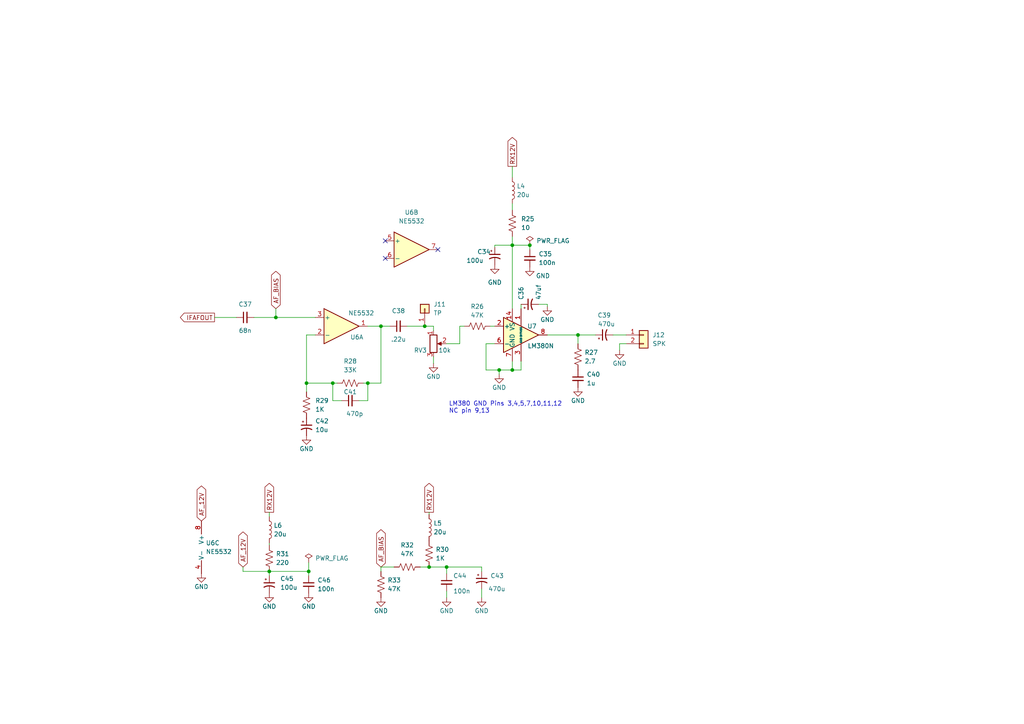
<source format=kicad_sch>
(kicad_sch (version 20211123) (generator eeschema)
  (paper "A4")
  (lib_symbols
    (symbol "Amplifier_Audio:LM380N" (pin_names (offset 0.127))
      (property "Reference" "U" (at 6.35 6.35 0))
      (property "Value" "LM380N" (at 6.35 3.81 0))
      (symbol "LM380N_0_1"
        (polyline (pts (xy -5.08 5.08) (xy 5.08 0) (xy -5.08 -5.08) (xy -5.08 5.08)) (stroke (width 0.254)) (fill (type background)))
      )
      (symbol "LM380N_1_1"
        (pin passive line (at 0 7.62 270) (length 5.08) (name "BYPASS") (number "1"))
        (pin passive line (at 0 -7.62 90) (length 5.08) hide (name "GND") (number "10"))
        (pin passive line (at 0 -7.62 90) (length 5.08) hide (name "GND") (number "11"))
        (pin passive line (at 0 -7.62 90) (length 5.08) hide (name "GND") (number "12"))
        (pin no_connect line (at 0 -2.54 90) (length 2.54) hide (name "NC") (number "13"))
        (pin power_in line (at -2.54 7.62 270) (length 3.81) (name "VS") (number "14"))
        (pin input line (at -7.62 2.54 0) (length 2.54) (name "+") (number "2"))
        (pin power_in line (at 0 -7.62 90) (length 5.08) (name "GND") (number "3"))
        (pin passive line (at 0 -7.62 90) (length 5.08) hide (name "GND") (number "4"))
        (pin passive line (at 0 -7.62 90) (length 5.08) hide (name "GND") (number "5"))
        (pin input line (at -7.62 -2.54 0) (length 2.54) (name "-") (number "6"))
        (pin power_in line (at -2.54 -7.62 90) (length 3.81) (name "GND") (number "7"))
        (pin output line (at 7.62 0 180) (length 2.54) (name "~") (number "8"))
        (pin no_connect line (at 0 2.54 270) (length 2.54) hide (name "NC") (number "9"))
      )
    )
    (symbol "Amplifier_Operational:NE5532" (pin_names (offset 0.127))
      (property "Reference" "U" (at 0 5.08 0))
      (property "Value" "NE5532" (at 0 -5.08 0))
      (symbol "NE5532_1_1"
        (polyline (pts (xy -5.08 5.08) (xy 5.08 0) (xy -5.08 -5.08) (xy -5.08 5.08)) (stroke (width 0.254)) (fill (type background)))
        (pin output line (at 7.62 0 180) (length 2.54) (name "~") (number "1"))
        (pin input line (at -7.62 -2.54 0) (length 2.54) (name "-") (number "2"))
        (pin input line (at -7.62 2.54 0) (length 2.54) (name "+") (number "3"))
      )
      (symbol "NE5532_2_1"
        (polyline (pts (xy -5.08 5.08) (xy 5.08 0) (xy -5.08 -5.08) (xy -5.08 5.08)) (stroke (width 0.254)) (fill (type background)))
        (pin input line (at -7.62 2.54 0) (length 2.54) (name "+") (number "5"))
        (pin input line (at -7.62 -2.54 0) (length 2.54) (name "-") (number "6"))
        (pin output line (at 7.62 0 180) (length 2.54) (name "~") (number "7"))
      )
      (symbol "NE5532_3_1"
        (pin power_in line (at -2.54 -7.62 90) (length 3.81) (name "V-") (number "4"))
        (pin power_in line (at -2.54 7.62 270) (length 3.81) (name "V+") (number "8"))
      )
    )
    (symbol "Connector_Generic:Conn_01x01" (pin_names (offset 1.016) hide)
      (property "Reference" "J" (at 0 2.54 0))
      (property "Value" "Conn_01x01" (at 0 -2.54 0))
      (symbol "Conn_01x01_1_1"
        (rectangle (start -1.27 0.127) (end 0 -0.127) (stroke (width 0.1524)))
        (rectangle (start -1.27 1.27) (end 1.27 -1.27) (stroke (width 0.254)) (fill (type background)))
        (pin passive line (at -5.08 0 0) (length 3.81) (name "Pin_1") (number "1"))
      )
    )
    (symbol "Connector_Generic:Conn_01x02" (pin_names (offset 1.016) hide)
      (property "Reference" "J" (at 0 2.54 0))
      (property "Value" "Conn_01x02" (at 0 -5.08 0))
      (symbol "Conn_01x02_1_1"
        (rectangle (start -1.27 -2.413) (end 0 -2.667) (stroke (width 0.1524)))
        (rectangle (start -1.27 0.127) (end 0 -0.127) (stroke (width 0.1524)))
        (rectangle (start -1.27 1.27) (end 1.27 -3.81) (stroke (width 0.254)) (fill (type background)))
        (pin passive line (at -5.08 0 0) (length 3.81) (name "Pin_1") (number "1"))
        (pin passive line (at -5.08 -2.54 0) (length 3.81) (name "Pin_2") (number "2"))
      )
    )
    (symbol "Device:C_Polarized_Small_US" (pin_numbers hide) (pin_names (offset 0.254) hide)
      (property "Reference" "C" (at 0.254 1.778 0))
      (property "Value" "C_Polarized_Small_US" (at 0.254 -2.032 0))
      (symbol "C_Polarized_Small_US_0_1"
        (polyline (pts (xy -1.524 0.508) (xy 1.524 0.508)) (stroke (width 0.3048)))
        (polyline (pts (xy -1.27 1.524) (xy -0.762 1.524)))
        (polyline (pts (xy -1.016 1.27) (xy -1.016 1.778)))
        (arc (start 1.524 -0.762) (mid 0 -0.3734) (end -1.524 -0.762) (stroke (width 0.3048)))
      )
      (symbol "C_Polarized_Small_US_1_1"
        (pin passive line (at 0 2.54 270) (length 2.032) (name "~") (number "1"))
        (pin passive line (at 0 -2.54 90) (length 2.032) (name "~") (number "2"))
      )
    )
    (symbol "Device:C_Small" (pin_numbers hide) (pin_names (offset 0.254) hide)
      (property "Reference" "C" (at 0.254 1.778 0))
      (property "Value" "C_Small" (at 0.254 -2.032 0))
      (symbol "C_Small_0_1"
        (polyline (pts (xy -1.524 -0.508) (xy 1.524 -0.508)) (stroke (width 0.3302)))
        (polyline (pts (xy -1.524 0.508) (xy 1.524 0.508)) (stroke (width 0.3048)))
      )
      (symbol "C_Small_1_1"
        (pin passive line (at 0 2.54 270) (length 2.032) (name "~") (number "1"))
        (pin passive line (at 0 -2.54 90) (length 2.032) (name "~") (number "2"))
      )
    )
    (symbol "Device:L" (pin_numbers hide) (pin_names (offset 1.016) hide)
      (property "Reference" "L" (at -1.27 0 90))
      (property "Value" "L" (at 1.905 0 90))
      (symbol "L_0_1"
        (arc (start 0 -2.54) (mid 0.635 -1.905) (end 0 -1.27))
        (arc (start 0 -1.27) (mid 0.635 -0.635) (end 0 0))
        (arc (start 0 0) (mid 0.635 0.635) (end 0 1.27))
        (arc (start 0 1.27) (mid 0.635 1.905) (end 0 2.54))
      )
      (symbol "L_1_1"
        (pin passive line (at 0 3.81 270) (length 1.27) (name "1") (number "1"))
        (pin passive line (at 0 -3.81 90) (length 1.27) (name "2") (number "2"))
      )
    )
    (symbol "Device:R_Potentiometer" (pin_names (offset 1.016) hide)
      (property "Reference" "RV" (at -4.445 0 90))
      (property "Value" "R_Potentiometer" (at -2.54 0 90))
      (symbol "R_Potentiometer_0_1"
        (polyline (pts (xy 2.54 0) (xy 1.524 0)))
        (polyline (pts (xy 1.143 0) (xy 2.286 0.508) (xy 2.286 -0.508) (xy 1.143 0)) (fill (type outline)))
        (rectangle (start 1.016 2.54) (end -1.016 -2.54) (stroke (width 0.254)))
      )
      (symbol "R_Potentiometer_1_1"
        (pin passive line (at 0 3.81 270) (length 1.27) (name "1") (number "1"))
        (pin passive line (at 3.81 0 180) (length 1.27) (name "2") (number "2"))
        (pin passive line (at 0 -3.81 90) (length 1.27) (name "3") (number "3"))
      )
    )
    (symbol "Device:R_US" (pin_numbers hide) (pin_names (offset 0))
      (property "Reference" "R" (at 2.54 0 90))
      (property "Value" "R_US" (at -2.54 0 90))
      (symbol "R_US_0_1"
        (polyline (pts (xy 0 -2.286) (xy 0 -2.54)))
        (polyline (pts (xy 0 2.286) (xy 0 2.54)))
        (polyline (pts (xy 0 -0.762) (xy 1.016 -1.143) (xy 0 -1.524) (xy -1.016 -1.905) (xy 0 -2.286)))
        (polyline (pts (xy 0 0.762) (xy 1.016 0.381) (xy 0 0) (xy -1.016 -0.381) (xy 0 -0.762)))
        (polyline (pts (xy 0 2.286) (xy 1.016 1.905) (xy 0 1.524) (xy -1.016 1.143) (xy 0 0.762)))
      )
      (symbol "R_US_1_1"
        (pin passive line (at 0 3.81 270) (length 1.27) (name "~") (number "1"))
        (pin passive line (at 0 -3.81 90) (length 1.27) (name "~") (number "2"))
      )
    )
    (symbol "power:GND" (power) (pin_names (offset 0))
      (property "Value" "GND" (at 0 -3.81 0))
      (symbol "GND_0_1"
        (polyline (pts (xy 0 0) (xy 0 -1.27) (xy 1.27 -1.27) (xy 0 -2.54) (xy -1.27 -1.27) (xy 0 -1.27)))
      )
      (symbol "GND_1_1"
        (pin power_in line (at 0 0 270) (length 0) hide (name "GND") (number "1"))
      )
    )
    (symbol "power:PWR_FLAG" (power) (pin_numbers hide) (pin_names (offset 0) hide)
      (property "Value" "PWR_FLAG" (at 0 3.81 0))
      (symbol "PWR_FLAG_0_0"
        (pin power_out line (at 0 0 90) (length 0) (name "pwr") (number "1"))
      )
      (symbol "PWR_FLAG_0_1"
        (polyline (pts (xy 0 0) (xy 0 1.27) (xy -1.016 1.905) (xy 0 2.54) (xy 1.016 1.905) (xy 0 1.27)))
      )
    )
  )
  (junction (at 96.52 111.125))
  (junction (at 78.105 165.735))
  (junction (at 110.49 94.615))
  (junction (at 144.78 107.315))
  (junction (at 148.59 107.315))
  (junction (at 80.01 92.075))
  (junction (at 167.64 97.155))
  (junction (at 124.46 164.465))
  (junction (at 129.54 164.465))
  (junction (at 88.9 111.125))
  (junction (at 89.535 165.735))
  (junction (at 153.67 71.12))
  (junction (at 106.68 111.125))
  (junction (at 123.19 94.615))
  (junction (at 148.59 71.12))
  (no_connect (at 111.76 69.85))
  (no_connect (at 127 72.39))
  (no_connect (at 111.76 74.93))
  (wire (pts (xy 139.7 164.465) (xy 129.54 164.465)))
  (wire (pts (xy 153.67 71.12) (xy 153.67 72.39)))
  (wire (pts (xy 144.78 107.315) (xy 140.97 107.315)))
  (wire (pts (xy 143.51 71.755) (xy 143.51 71.12)))
  (wire (pts (xy 148.59 104.775) (xy 148.59 107.315)))
  (wire (pts (xy 110.49 164.465) (xy 110.49 165.735)))
  (wire (pts (xy 88.9 111.125) (xy 88.9 113.665)))
  (wire (pts (xy 133.35 99.695) (xy 129.54 99.695)))
  (wire (pts (xy 78.105 148.59) (xy 78.105 149.86)))
  (wire (pts (xy 139.7 173.355) (xy 139.7 170.815)))
  (wire (pts (xy 78.105 167.005) (xy 78.105 165.735)))
  (wire (pts (xy 167.64 97.155) (xy 172.72 97.155)))
  (wire (pts (xy 133.35 94.615) (xy 133.35 99.695)))
  (wire (pts (xy 96.52 111.125) (xy 88.9 111.125)))
  (wire (pts (xy 96.52 116.205) (xy 96.52 111.125)))
  (wire (pts (xy 89.535 165.735) (xy 89.535 167.005)))
  (wire (pts (xy 62.23 92.075) (xy 68.58 92.075)))
  (wire (pts (xy 151.13 88.265) (xy 151.13 89.535)))
  (wire (pts (xy 125.73 94.615) (xy 125.73 95.885)))
  (wire (pts (xy 148.59 107.315) (xy 144.78 107.315)))
  (wire (pts (xy 80.01 92.075) (xy 91.44 92.075)))
  (wire (pts (xy 140.97 99.695) (xy 143.51 99.695)))
  (wire (pts (xy 144.78 107.315) (xy 144.78 108.585)))
  (wire (pts (xy 124.46 164.465) (xy 129.54 164.465)))
  (wire (pts (xy 143.51 71.12) (xy 148.59 71.12)))
  (wire (pts (xy 110.49 94.615) (xy 113.03 94.615)))
  (wire (pts (xy 106.68 94.615) (xy 110.49 94.615)))
  (wire (pts (xy 148.59 107.315) (xy 151.13 107.315)))
  (wire (pts (xy 78.105 165.735) (xy 89.535 165.735)))
  (wire (pts (xy 70.485 165.735) (xy 70.485 164.465)))
  (wire (pts (xy 151.13 104.775) (xy 151.13 107.315)))
  (wire (pts (xy 124.46 148.59) (xy 124.46 149.225)))
  (wire (pts (xy 148.59 71.12) (xy 153.67 71.12)))
  (wire (pts (xy 91.44 97.155) (xy 88.9 97.155)))
  (wire (pts (xy 142.24 94.615) (xy 143.51 94.615)))
  (wire (pts (xy 118.11 94.615) (xy 123.19 94.615)))
  (wire (pts (xy 125.73 103.505) (xy 125.73 105.41)))
  (wire (pts (xy 104.14 116.205) (xy 106.68 116.205)))
  (wire (pts (xy 134.62 94.615) (xy 133.35 94.615)))
  (wire (pts (xy 129.54 173.355) (xy 129.54 171.45)))
  (wire (pts (xy 158.75 88.265) (xy 158.75 88.9)))
  (wire (pts (xy 156.21 88.265) (xy 158.75 88.265)))
  (wire (pts (xy 148.59 48.26) (xy 148.59 51.435)))
  (wire (pts (xy 110.49 94.615) (xy 110.49 111.125)))
  (wire (pts (xy 167.64 99.695) (xy 167.64 97.155)))
  (wire (pts (xy 106.68 116.205) (xy 106.68 111.125)))
  (wire (pts (xy 121.92 164.465) (xy 124.46 164.465)))
  (wire (pts (xy 179.705 99.695) (xy 179.705 101.6)))
  (wire (pts (xy 73.66 92.075) (xy 80.01 92.075)))
  (wire (pts (xy 158.75 97.155) (xy 167.64 97.155)))
  (wire (pts (xy 99.06 116.205) (xy 96.52 116.205)))
  (wire (pts (xy 139.7 164.465) (xy 139.7 165.735)))
  (wire (pts (xy 148.59 71.12) (xy 148.59 89.535)))
  (wire (pts (xy 78.105 165.735) (xy 70.485 165.735)))
  (wire (pts (xy 88.9 97.155) (xy 88.9 111.125)))
  (wire (pts (xy 148.59 68.58) (xy 148.59 71.12)))
  (wire (pts (xy 80.01 89.535) (xy 80.01 92.075)))
  (wire (pts (xy 114.3 164.465) (xy 110.49 164.465)))
  (wire (pts (xy 129.54 164.465) (xy 129.54 166.37)))
  (wire (pts (xy 123.19 94.615) (xy 125.73 94.615)))
  (wire (pts (xy 89.535 163.195) (xy 89.535 165.735)))
  (wire (pts (xy 97.79 111.125) (xy 96.52 111.125)))
  (wire (pts (xy 105.41 111.125) (xy 106.68 111.125)))
  (wire (pts (xy 110.49 111.125) (xy 106.68 111.125)))
  (wire (pts (xy 140.97 107.315) (xy 140.97 99.695)))
  (wire (pts (xy 181.61 99.695) (xy 179.705 99.695)))
  (wire (pts (xy 148.59 59.055) (xy 148.59 60.96)))
  (wire (pts (xy 78.105 157.48) (xy 78.105 158.115)))
  (wire (pts (xy 177.8 97.155) (xy 181.61 97.155)))
  (text "LM380 GND Pins 3,4,5,7,10,11,12 \nNC pin 9,13" (at 130.175 120.015 0) (effects (font (size 1.27 1.27)) (justify left bottom)))
  (global_label "RX12V" (shape output) (at 124.46 148.59 90) (property "Intersheet References" "${INTERSHEET_REFS}" (effects hide)))
  (global_label "AF_12V" (shape bidirectional) (at 70.485 164.465 90) (property "Intersheet References" "${INTERSHEET_REFS}" (effects hide)))
  (global_label "AF_BIAS" (shape bidirectional) (at 80.01 89.535 90) (property "Intersheet References" "${INTERSHEET_REFS}" (effects hide)))
  (global_label "AF_BIAS" (shape bidirectional) (at 110.49 164.465 90) (property "Intersheet References" "${INTERSHEET_REFS}" (effects hide)))
  (global_label "IFAFOUT" (shape output) (at 62.23 92.075 180) (property "Intersheet References" "${INTERSHEET_REFS}" (effects hide)))
  (global_label "RX12V" (shape output) (at 78.105 148.59 90) (property "Intersheet References" "${INTERSHEET_REFS}" (effects hide)))
  (global_label "AF_12V" (shape bidirectional) (at 58.42 151.13 90) (property "Intersheet References" "${INTERSHEET_REFS}" (effects hide)))
  (global_label "RX12V" (shape output) (at 148.59 48.26 90) (property "Intersheet References" "${INTERSHEET_REFS}" (effects hide)))
  (symbol (lib_id "Device:R_US") (at 110.49 169.545 0) (unit 1)
    (property "Reference" "R33" (at 112.395 168.2749 0) (effects (justify left)))
    (property "Value" "47K" (at 112.395 170.8149 0) (effects (justify left)))
    (property "Footprint" "Resistor_SMD:R_1206_3216Metric" (effects hide))
  )
  (symbol (lib_id "Device:R_US") (at 124.46 160.655 0) (unit 1)
    (property "Reference" "R30" (at 126.365 159.3849 0) (effects (justify left)))
    (property "Value" "1K" (at 126.365 161.9249 0) (effects (justify left)))
    (property "Footprint" "Resistor_SMD:R_1206_3216Metric" (effects hide))
  )
  (symbol (lib_id "Device:C_Small") (at 89.535 169.545 0) (unit 1)
    (property "Reference" "C46" (at 92.075 168.2812 0) (effects (justify left)))
    (property "Value" "100n" (at 92.075 170.8212 0) (effects (justify left)))
    (property "Footprint" "Capacitor_SMD:C_1206_3216Metric" (effects hide))
  )
  (symbol (lib_id "Device:R_US") (at 148.59 64.77 0) (unit 1)
    (property "Reference" "R25" (at 151.13 63.4999 0) (effects (justify left)))
    (property "Value" "10" (at 151.13 66.0399 0) (effects (justify left)))
    (property "Footprint" "Resistor_SMD:R_1206_3216Metric" (effects hide))
  )
  (symbol (lib_id "Amplifier_Operational:NE5532") (at 99.06 94.615 0) (unit 1)
    (property "Reference" "U6" (at 103.505 97.79 0))
    (property "Value" "NE5532" (at 104.775 90.805 0))
    (property "Footprint" "Package_SO:SOP-8_3.9x4.9mm_P1.27mm" (effects hide))
    (property "Datasheet" "http://www.ti.com/lit/ds/symlink/ne5532.pdf" (effects hide))
  )
  (symbol (lib_id "Connector_Generic:Conn_01x01") (at 123.19 89.535 90) (unit 1)
    (property "Reference" "J11" (at 125.73 88.2649 90) (effects (justify right)))
    (property "Value" "TP" (at 125.73 90.8049 90) (effects (justify right)))
    (property "Footprint" "Connector_PinHeader_1.00mm:PinHeader_1x01_P1.00mm_Vertical" (effects hide))
  )
  (symbol (lib_id "power:GND") (at 167.64 112.395 0) (unit 1)
    (property "Reference" "#PWR036" (effects hide))
    (property "Value" "GND" (at 167.64 116.205 0))
  )
  (symbol (lib_id "Device:C_Polarized_Small_US") (at 78.105 169.545 0) (unit 1)
    (property "Reference" "C45" (at 81.28 167.8431 0) (effects (justify left)))
    (property "Value" "100u" (at 81.28 170.3831 0) (effects (justify left)))
    (property "Footprint" "Capacitor_THT:CP_Radial_D8.0mm_P2.50mm" (effects hide))
  )
  (symbol (lib_id "Device:C_Small") (at 101.6 116.205 90) (unit 1)
    (property "Reference" "C41" (at 101.6 113.665 90))
    (property "Value" "470p" (at 102.87 120.015 90))
    (property "Footprint" "Capacitor_SMD:C_1206_3216Metric" (effects hide))
  )
  (symbol (lib_id "power:GND") (at 144.78 108.585 0) (unit 1)
    (property "Reference" "#PWR035" (effects hide))
    (property "Value" "GND" (at 144.78 112.395 0))
  )
  (symbol (lib_id "power:PWR_FLAG") (at 89.535 163.195 0) (unit 1)
    (property "Reference" "#FLG09" (effects hide))
    (property "Value" "PWR_FLAG" (at 91.44 161.9249 0) (effects (justify left)))
  )
  (symbol (lib_id "power:GND") (at 110.49 173.355 0) (unit 1)
    (property "Reference" "#PWR041" (effects hide))
    (property "Value" "GND" (at 110.49 177.165 0))
  )
  (symbol (lib_id "Device:C_Small") (at 71.12 92.075 90) (unit 1)
    (property "Reference" "C37" (at 71.12 88.265 90))
    (property "Value" "68n" (at 71.12 95.885 90))
    (property "Footprint" "Capacitor_SMD:C_1206_3216Metric" (effects hide))
  )
  (symbol (lib_id "Device:L") (at 148.59 55.245 0) (unit 1)
    (property "Reference" "L4" (at 149.86 53.9749 0) (effects (justify left)))
    (property "Value" "20u" (at 149.86 56.5149 0) (effects (justify left)))
    (property "Footprint" "Inductor_SMD:L_1206_3216Metric" (effects hide))
  )
  (symbol (lib_id "Device:R_US") (at 138.43 94.615 90) (unit 1)
    (property "Reference" "R26" (at 138.43 88.9 90))
    (property "Value" "47K" (at 138.43 91.44 90))
    (property "Footprint" "Resistor_SMD:R_1206_3216Metric" (effects hide))
  )
  (symbol (lib_id "Device:C_Small") (at 129.54 168.91 0) (unit 1)
    (property "Reference" "C44" (at 131.445 167.005 0) (effects (justify left)))
    (property "Value" "100n" (at 131.445 171.45 0) (effects (justify left)))
    (property "Footprint" "Capacitor_SMD:C_1206_3216Metric" (effects hide))
  )
  (symbol (lib_id "power:GND") (at 153.67 77.47 0) (unit 1)
    (property "Reference" "#PWR031" (effects hide))
    (property "Value" "GND" (at 157.48 80.01 0))
  )
  (symbol (lib_id "power:GND") (at 158.75 88.9 0) (unit 1)
    (property "Reference" "#PWR032" (effects hide))
    (property "Value" "GND" (at 158.75 92.71 0))
  )
  (symbol (lib_id "Device:C_Small") (at 167.64 109.855 0) (unit 1)
    (property "Reference" "C40" (at 170.18 108.5912 0) (effects (justify left)))
    (property "Value" "1u" (at 170.18 111.1312 0) (effects (justify left)))
    (property "Footprint" "Capacitor_SMD:C_1206_3216Metric" (effects hide))
  )
  (symbol (lib_id "Device:C_Polarized_Small_US") (at 88.9 123.825 0) (unit 1)
    (property "Reference" "C42" (at 91.44 122.1231 0) (effects (justify left)))
    (property "Value" "10u" (at 91.44 124.6631 0) (effects (justify left)))
    (property "Footprint" "Capacitor_THT:CP_Radial_D8.0mm_P2.50mm" (effects hide))
  )
  (symbol (lib_id "Device:C_Small") (at 115.57 94.615 90) (unit 1)
    (property "Reference" "C38" (at 115.57 90.17 90))
    (property "Value" ".22u" (at 115.57 98.425 90))
    (property "Footprint" "Capacitor_SMD:C_1206_3216Metric_Pad1.33x1.80mm_HandSolder" (effects hide))
  )
  (symbol (lib_id "Device:R_US") (at 118.11 164.465 90) (unit 1)
    (property "Reference" "R32" (at 118.11 158.115 90))
    (property "Value" "47K" (at 118.11 160.655 90))
    (property "Footprint" "Resistor_SMD:R_1206_3216Metric" (effects hide))
  )
  (symbol (lib_id "power:GND") (at 58.42 166.37 0) (unit 1)
    (property "Reference" "#PWR038" (effects hide))
    (property "Value" "GND" (at 58.42 170.18 0))
  )
  (symbol (lib_id "Device:C_Polarized_Small_US") (at 139.7 168.275 0) (unit 1)
    (property "Reference" "C43" (at 142.24 167.005 0) (effects (justify left)))
    (property "Value" "470u" (at 141.605 170.815 0) (effects (justify left)))
    (property "Footprint" "Capacitor_THT:CP_Radial_D8.0mm_P3.50mm" (effects hide))
  )
  (symbol (lib_id "Device:C_Polarized_Small_US") (at 143.51 74.295 0) (unit 1)
    (property "Reference" "C34" (at 138.43 73.025 0) (effects (justify left)))
    (property "Value" "100u" (at 135.255 75.565 0) (effects (justify left)))
    (property "Footprint" "Capacitor_THT:CP_Radial_D8.0mm_P2.50mm" (effects hide))
  )
  (symbol (lib_id "Device:C_Small") (at 153.67 74.93 0) (unit 1)
    (property "Reference" "C35" (at 156.21 73.6662 0) (effects (justify left)))
    (property "Value" "100n" (at 156.21 76.2062 0) (effects (justify left)))
    (property "Footprint" "Capacitor_SMD:C_1206_3216Metric" (effects hide))
  )
  (symbol (lib_id "Amplifier_Operational:NE5532") (at 60.96 158.75 0) (unit 3)
    (property "Reference" "U6" (at 59.69 157.4799 0) (effects (justify left)))
    (property "Value" "NE5532" (at 59.69 160.0199 0) (effects (justify left)))
    (property "Footprint" "Package_SO:SOP-8_3.9x4.9mm_P1.27mm" (effects hide))
    (property "Datasheet" "http://www.ti.com/lit/ds/symlink/ne5532.pdf" (effects hide))
  )
  (symbol (lib_id "Connector_Generic:Conn_01x02") (at 186.69 97.155 0) (unit 1)
    (property "Reference" "J12" (at 189.23 97.1549 0) (effects (justify left)))
    (property "Value" "SPK" (at 189.23 99.6949 0) (effects (justify left)))
    (property "Footprint" "Connector_PinHeader_2.54mm:PinHeader_1x02_P2.54mm_Vertical" (effects hide))
  )
  (symbol (lib_id "Amplifier_Operational:NE5532") (at 119.38 72.39 0) (unit 2)
    (property "Reference" "U6" (at 119.38 61.595 0))
    (property "Value" "NE5532" (at 119.38 64.135 0))
    (property "Footprint" "Package_SO:SOP-8_3.9x4.9mm_P1.27mm" (effects hide))
    (property "Datasheet" "http://www.ti.com/lit/ds/symlink/ne5532.pdf" (effects hide))
  )
  (symbol (lib_id "power:GND") (at 78.105 172.085 0) (unit 1)
    (property "Reference" "#PWR039" (effects hide))
    (property "Value" "GND" (at 78.105 175.895 0))
  )
  (symbol (lib_id "Device:R_US") (at 88.9 117.475 0) (unit 1)
    (property "Reference" "R29" (at 91.44 116.2049 0) (effects (justify left)))
    (property "Value" "1K" (at 91.44 118.7449 0) (effects (justify left)))
    (property "Footprint" "Resistor_SMD:R_1206_3216Metric" (effects hide))
  )
  (symbol (lib_id "Device:R_US") (at 167.64 103.505 0) (unit 1)
    (property "Reference" "R27" (at 169.545 102.2349 0) (effects (justify left)))
    (property "Value" "2.7" (at 169.545 104.7749 0) (effects (justify left)))
    (property "Footprint" "Resistor_SMD:R_1206_3216Metric" (effects hide))
  )
  (symbol (lib_id "power:GND") (at 139.7 173.355 0) (unit 1)
    (property "Reference" "#PWR043" (effects hide))
    (property "Value" "GND" (at 139.7 177.165 0))
  )
  (symbol (lib_id "Device:L") (at 78.105 153.67 0) (unit 1)
    (property "Reference" "L6" (at 79.375 152.3999 0) (effects (justify left)))
    (property "Value" "20u" (at 79.375 154.9399 0) (effects (justify left)))
    (property "Footprint" "Inductor_SMD:L_1206_3216Metric" (effects hide))
  )
  (symbol (lib_id "Device:R_US") (at 78.105 161.925 0) (unit 1)
    (property "Reference" "R31" (at 80.01 160.6549 0) (effects (justify left)))
    (property "Value" "220" (at 80.01 163.1949 0) (effects (justify left)))
    (property "Footprint" "Resistor_SMD:R_1206_3216Metric" (effects hide))
  )
  (symbol (lib_id "power:PWR_FLAG") (at 153.67 71.12 0) (unit 1)
    (property "Reference" "#FLG08" (effects hide))
    (property "Value" "PWR_FLAG" (at 155.575 69.8499 0) (effects (justify left)))
  )
  (symbol (lib_id "power:GND") (at 129.54 173.355 0) (unit 1)
    (property "Reference" "#PWR042" (effects hide))
    (property "Value" "GND" (at 129.54 177.165 0))
  )
  (symbol (lib_id "power:GND") (at 89.535 172.085 0) (unit 1)
    (property "Reference" "#PWR040" (effects hide))
    (property "Value" "GND" (at 89.535 175.895 0))
  )
  (symbol (lib_id "Device:C_Polarized_Small_US") (at 153.67 88.265 90) (unit 1)
    (property "Reference" "C36" (at 151.13 86.995 0) (effects (justify left)))
    (property "Value" "47uf" (at 156.21 86.995 0) (effects (justify left)))
    (property "Footprint" "Capacitor_THT:CP_Radial_D8.0mm_P2.50mm" (effects hide))
  )
  (symbol (lib_id "Device:L") (at 124.46 153.035 0) (unit 1)
    (property "Reference" "L5" (at 125.73 151.7649 0) (effects (justify left)))
    (property "Value" "20u" (at 125.73 154.3049 0) (effects (justify left)))
    (property "Footprint" "Inductor_SMD:L_1206_3216Metric" (effects hide))
  )
  (symbol (lib_id "power:GND") (at 143.51 76.835 0) (unit 1)
    (property "Reference" "#PWR030" (effects hide))
    (property "Value" "GND" (at 143.51 81.915 0))
  )
  (symbol (lib_id "Device:R_Potentiometer") (at 125.73 99.695 0) (unit 1)
    (property "Reference" "RV3" (at 123.825 101.6 0) (effects (justify right)))
    (property "Value" "10k" (at 130.81 101.6 0) (effects (justify right)))
    (property "Footprint" "Potentiometer_THT:Potentiometer_Bourns_3296W_Vertical" (effects hide))
  )
  (symbol (lib_id "Amplifier_Audio:LM380N") (at 151.13 97.155 0) (unit 1)
    (property "Reference" "U7" (at 154.305 94.615 0))
    (property "Value" "LM380N" (at 156.845 100.33 0))
    (property "Footprint" "Package_DIP:DIP-14_W7.62mm_Socket" (effects hide))
    (property "Datasheet" "http://www.ti.com/lit/ds/symlink/lm380.pdf" (effects hide))
  )
  (symbol (lib_id "power:GND") (at 125.73 105.41 0) (unit 1)
    (property "Reference" "#PWR034" (effects hide))
    (property "Value" "GND" (at 125.73 109.22 0))
  )
  (symbol (lib_id "power:GND") (at 179.705 101.6 0) (unit 1)
    (property "Reference" "#PWR033" (effects hide))
    (property "Value" "GND" (at 179.705 105.41 0))
  )
  (symbol (lib_id "Device:C_Polarized_Small_US") (at 175.26 97.155 90) (unit 1)
    (property "Reference" "C39" (at 175.26 91.44 90))
    (property "Value" "470u" (at 175.895 93.98 90))
    (property "Footprint" "Capacitor_THT:CP_Radial_D8.0mm_P3.50mm" (effects hide))
  )
  (symbol (lib_id "Device:R_US") (at 101.6 111.125 90) (unit 1)
    (property "Reference" "R28" (at 101.6 104.775 90))
    (property "Value" "33K" (at 101.6 107.315 90))
    (property "Footprint" "Resistor_SMD:R_1206_3216Metric" (effects hide))
  )
  (symbol (lib_id "power:GND") (at 88.9 126.365 0) (unit 1)
    (property "Reference" "#PWR037" (effects hide))
    (property "Value" "GND" (at 88.9 130.175 0))
  )
)
</source>
